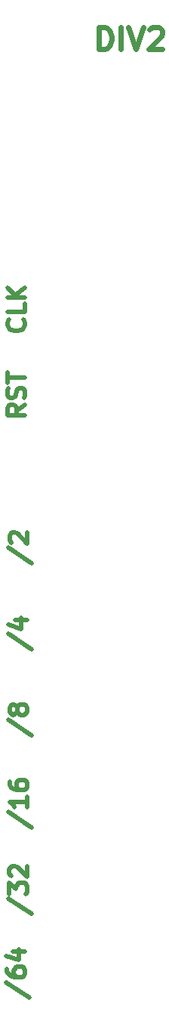
<source format=gtl>
G04 #@! TF.GenerationSoftware,KiCad,Pcbnew,5.1.7-a382d34a8~87~ubuntu18.04.1*
G04 #@! TF.CreationDate,2021-01-14T14:18:25+00:00*
G04 #@! TF.ProjectId,divider-panel,64697669-6465-4722-9d70-616e656c2e6b,rev?*
G04 #@! TF.SameCoordinates,Original*
G04 #@! TF.FileFunction,Copper,L1,Top*
G04 #@! TF.FilePolarity,Positive*
%FSLAX46Y46*%
G04 Gerber Fmt 4.6, Leading zero omitted, Abs format (unit mm)*
G04 Created by KiCad (PCBNEW 5.1.7-a382d34a8~87~ubuntu18.04.1) date 2021-01-14 14:18:25*
%MOMM*%
%LPD*%
G01*
G04 APERTURE LIST*
G04 #@! TA.AperFunction,NonConductor*
%ADD10C,0.500000*%
G04 #@! TD*
G04 #@! TA.AperFunction,NonConductor*
%ADD11C,0.625000*%
G04 #@! TD*
G04 APERTURE END LIST*
D10*
X105730823Y-147859619D02*
X108302252Y-149573904D01*
X105826061Y-146335809D02*
X105826061Y-146716761D01*
X105921300Y-146907238D01*
X106016538Y-147002476D01*
X106302252Y-147192952D01*
X106683204Y-147288190D01*
X107445109Y-147288190D01*
X107635585Y-147192952D01*
X107730823Y-147097714D01*
X107826061Y-146907238D01*
X107826061Y-146526285D01*
X107730823Y-146335809D01*
X107635585Y-146240571D01*
X107445109Y-146145333D01*
X106968919Y-146145333D01*
X106778442Y-146240571D01*
X106683204Y-146335809D01*
X106587966Y-146526285D01*
X106587966Y-146907238D01*
X106683204Y-147097714D01*
X106778442Y-147192952D01*
X106968919Y-147288190D01*
X106492728Y-144431047D02*
X107826061Y-144431047D01*
X105730823Y-144907238D02*
X107159395Y-145383428D01*
X107159395Y-144145333D01*
X105984823Y-138461619D02*
X108556252Y-140175904D01*
X106080061Y-137985428D02*
X106080061Y-136747333D01*
X106841966Y-137414000D01*
X106841966Y-137128285D01*
X106937204Y-136937809D01*
X107032442Y-136842571D01*
X107222919Y-136747333D01*
X107699109Y-136747333D01*
X107889585Y-136842571D01*
X107984823Y-136937809D01*
X108080061Y-137128285D01*
X108080061Y-137699714D01*
X107984823Y-137890190D01*
X107889585Y-137985428D01*
X106270538Y-135985428D02*
X106175300Y-135890190D01*
X106080061Y-135699714D01*
X106080061Y-135223523D01*
X106175300Y-135033047D01*
X106270538Y-134937809D01*
X106461014Y-134842571D01*
X106651490Y-134842571D01*
X106937204Y-134937809D01*
X108080061Y-136080666D01*
X108080061Y-134842571D01*
X105997523Y-128796919D02*
X108568952Y-130511204D01*
X108092761Y-127082633D02*
X108092761Y-128225490D01*
X108092761Y-127654061D02*
X106092761Y-127654061D01*
X106378476Y-127844538D01*
X106568952Y-128035014D01*
X106664190Y-128225490D01*
X106092761Y-125368347D02*
X106092761Y-125749300D01*
X106188000Y-125939776D01*
X106283238Y-126035014D01*
X106568952Y-126225490D01*
X106949904Y-126320728D01*
X107711809Y-126320728D01*
X107902285Y-126225490D01*
X107997523Y-126130252D01*
X108092761Y-125939776D01*
X108092761Y-125558823D01*
X107997523Y-125368347D01*
X107902285Y-125273109D01*
X107711809Y-125177871D01*
X107235619Y-125177871D01*
X107045142Y-125273109D01*
X106949904Y-125368347D01*
X106854666Y-125558823D01*
X106854666Y-125939776D01*
X106949904Y-126130252D01*
X107045142Y-126225490D01*
X107235619Y-126320728D01*
X105997523Y-118459238D02*
X108568952Y-120173523D01*
X106949904Y-117506857D02*
X106854666Y-117697333D01*
X106759428Y-117792571D01*
X106568952Y-117887809D01*
X106473714Y-117887809D01*
X106283238Y-117792571D01*
X106188000Y-117697333D01*
X106092761Y-117506857D01*
X106092761Y-117125904D01*
X106188000Y-116935428D01*
X106283238Y-116840190D01*
X106473714Y-116744952D01*
X106568952Y-116744952D01*
X106759428Y-116840190D01*
X106854666Y-116935428D01*
X106949904Y-117125904D01*
X106949904Y-117506857D01*
X107045142Y-117697333D01*
X107140380Y-117792571D01*
X107330857Y-117887809D01*
X107711809Y-117887809D01*
X107902285Y-117792571D01*
X107997523Y-117697333D01*
X108092761Y-117506857D01*
X108092761Y-117125904D01*
X107997523Y-116935428D01*
X107902285Y-116840190D01*
X107711809Y-116744952D01*
X107330857Y-116744952D01*
X107140380Y-116840190D01*
X107045142Y-116935428D01*
X106949904Y-117125904D01*
X105997523Y-108807238D02*
X108568952Y-110521523D01*
X106759428Y-107283428D02*
X108092761Y-107283428D01*
X105997523Y-107759619D02*
X107426095Y-108235809D01*
X107426095Y-106997714D01*
X105997523Y-99155238D02*
X108568952Y-100869523D01*
X106283238Y-98583809D02*
X106188000Y-98488571D01*
X106092761Y-98298095D01*
X106092761Y-97821904D01*
X106188000Y-97631428D01*
X106283238Y-97536190D01*
X106473714Y-97440952D01*
X106664190Y-97440952D01*
X106949904Y-97536190D01*
X108092761Y-98679047D01*
X108092761Y-97440952D01*
X107838761Y-83137238D02*
X106886380Y-83803904D01*
X107838761Y-84280095D02*
X105838761Y-84280095D01*
X105838761Y-83518190D01*
X105934000Y-83327714D01*
X106029238Y-83232476D01*
X106219714Y-83137238D01*
X106505428Y-83137238D01*
X106695904Y-83232476D01*
X106791142Y-83327714D01*
X106886380Y-83518190D01*
X106886380Y-84280095D01*
X107743523Y-82375333D02*
X107838761Y-82089619D01*
X107838761Y-81613428D01*
X107743523Y-81422952D01*
X107648285Y-81327714D01*
X107457809Y-81232476D01*
X107267333Y-81232476D01*
X107076857Y-81327714D01*
X106981619Y-81422952D01*
X106886380Y-81613428D01*
X106791142Y-81994380D01*
X106695904Y-82184857D01*
X106600666Y-82280095D01*
X106410190Y-82375333D01*
X106219714Y-82375333D01*
X106029238Y-82280095D01*
X105934000Y-82184857D01*
X105838761Y-81994380D01*
X105838761Y-81518190D01*
X105934000Y-81232476D01*
X105838761Y-80661047D02*
X105838761Y-79518190D01*
X107838761Y-80089619D02*
X105838761Y-80089619D01*
X107648285Y-73593176D02*
X107743523Y-73688414D01*
X107838761Y-73974128D01*
X107838761Y-74164604D01*
X107743523Y-74450319D01*
X107553047Y-74640795D01*
X107362571Y-74736033D01*
X106981619Y-74831271D01*
X106695904Y-74831271D01*
X106314952Y-74736033D01*
X106124476Y-74640795D01*
X105934000Y-74450319D01*
X105838761Y-74164604D01*
X105838761Y-73974128D01*
X105934000Y-73688414D01*
X106029238Y-73593176D01*
X107838761Y-71783652D02*
X107838761Y-72736033D01*
X105838761Y-72736033D01*
X107838761Y-71116985D02*
X105838761Y-71116985D01*
X107838761Y-69974128D02*
X106695904Y-70831271D01*
X105838761Y-69974128D02*
X106981619Y-71116985D01*
D11*
X116109395Y-43282252D02*
X116109395Y-40782252D01*
X116704633Y-40782252D01*
X117061776Y-40901300D01*
X117299871Y-41139395D01*
X117418919Y-41377490D01*
X117537966Y-41853680D01*
X117537966Y-42210823D01*
X117418919Y-42687014D01*
X117299871Y-42925109D01*
X117061776Y-43163204D01*
X116704633Y-43282252D01*
X116109395Y-43282252D01*
X118609395Y-43282252D02*
X118609395Y-40782252D01*
X119442728Y-40782252D02*
X120276061Y-43282252D01*
X121109395Y-40782252D01*
X121823680Y-41020347D02*
X121942728Y-40901300D01*
X122180823Y-40782252D01*
X122776061Y-40782252D01*
X123014157Y-40901300D01*
X123133204Y-41020347D01*
X123252252Y-41258442D01*
X123252252Y-41496538D01*
X123133204Y-41853680D01*
X121704633Y-43282252D01*
X123252252Y-43282252D01*
M02*

</source>
